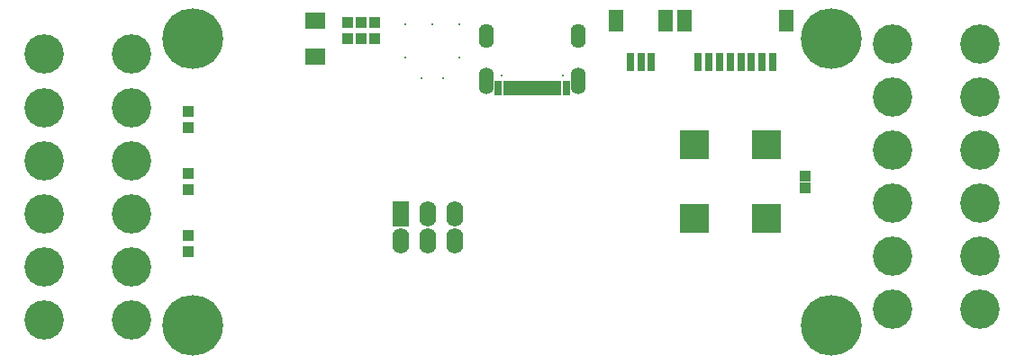
<source format=gbs>
G04*
G04 #@! TF.GenerationSoftware,Altium Limited,Altium Designer,20.0.2 (26)*
G04*
G04 Layer_Color=16711935*
%FSLAX25Y25*%
%MOIN*%
G70*
G01*
G75*
%ADD60O,0.06312X0.09461*%
%ADD61R,0.06312X0.09461*%
%ADD62C,0.14580*%
%ADD63C,0.01194*%
%ADD64C,0.00800*%
%ADD65O,0.05524X0.09068*%
%ADD66O,0.05524X0.09855*%
%ADD67C,0.22453*%
%ADD128R,0.03162X0.05721*%
%ADD129R,0.01981X0.05721*%
%ADD130R,0.03162X0.06902*%
%ADD131R,0.05524X0.07887*%
%ADD132R,0.04343X0.04343*%
%ADD133R,0.07493X0.06312*%
%ADD134R,0.10642X0.10642*%
%ADD135R,0.03950X0.03950*%
D60*
X-21102Y-12047D02*
D03*
X-31102D02*
D03*
X-41102Y-22047D02*
D03*
X-31102D02*
D03*
X-21102D02*
D03*
D61*
X-41102Y-12047D02*
D03*
D62*
X140945Y51181D02*
D03*
X173228D02*
D03*
Y-47244D02*
D03*
Y-27559D02*
D03*
Y-7874D02*
D03*
Y11811D02*
D03*
Y31496D02*
D03*
X140945D02*
D03*
Y11811D02*
D03*
Y-7874D02*
D03*
Y-27559D02*
D03*
Y-47244D02*
D03*
X-140945Y-51181D02*
D03*
X-173228D02*
D03*
Y47244D02*
D03*
Y27559D02*
D03*
Y7874D02*
D03*
Y-11811D02*
D03*
Y-31496D02*
D03*
X-140945D02*
D03*
Y-11811D02*
D03*
Y7874D02*
D03*
Y27559D02*
D03*
Y47244D02*
D03*
D63*
X-29390Y58425D02*
D03*
X-25390Y38425D02*
D03*
X-33390D02*
D03*
X-19390Y58425D02*
D03*
X-39390D02*
D03*
X-19390Y45925D02*
D03*
X-39390D02*
D03*
D64*
X18858Y39449D02*
D03*
X-3898D02*
D03*
D65*
X-9528Y53937D02*
D03*
X24488D02*
D03*
D66*
X-9528Y37480D02*
D03*
X24488D02*
D03*
D67*
X118110Y-53150D02*
D03*
Y53150D02*
D03*
X-118110D02*
D03*
Y-53150D02*
D03*
D128*
X-5118Y34843D02*
D03*
X-1969D02*
D03*
X16929D02*
D03*
X20079D02*
D03*
D129*
X591D02*
D03*
X2559D02*
D03*
X4528D02*
D03*
X6496D02*
D03*
X8465D02*
D03*
X10433D02*
D03*
X12402D02*
D03*
X14370D02*
D03*
D130*
X68898Y44291D02*
D03*
X72835D02*
D03*
X76772D02*
D03*
X80709D02*
D03*
X84646D02*
D03*
X88583D02*
D03*
X92520D02*
D03*
X96457D02*
D03*
X51575D02*
D03*
X47638D02*
D03*
X43701D02*
D03*
D131*
X101575Y59646D02*
D03*
X63779D02*
D03*
X38583D02*
D03*
X56693D02*
D03*
D132*
X108500Y-2200D02*
D03*
Y2200D02*
D03*
D133*
X-73000Y46307D02*
D03*
Y59693D02*
D03*
D134*
X94095Y-13583D02*
D03*
Y13583D02*
D03*
X67323Y-13583D02*
D03*
Y13583D02*
D03*
D135*
X-56000Y53047D02*
D03*
Y58953D02*
D03*
X-61000Y53047D02*
D03*
Y58953D02*
D03*
X-51000Y53047D02*
D03*
Y58953D02*
D03*
X-120000Y25905D02*
D03*
Y20000D02*
D03*
Y2953D02*
D03*
Y-2953D02*
D03*
Y-20000D02*
D03*
Y-25905D02*
D03*
M02*

</source>
